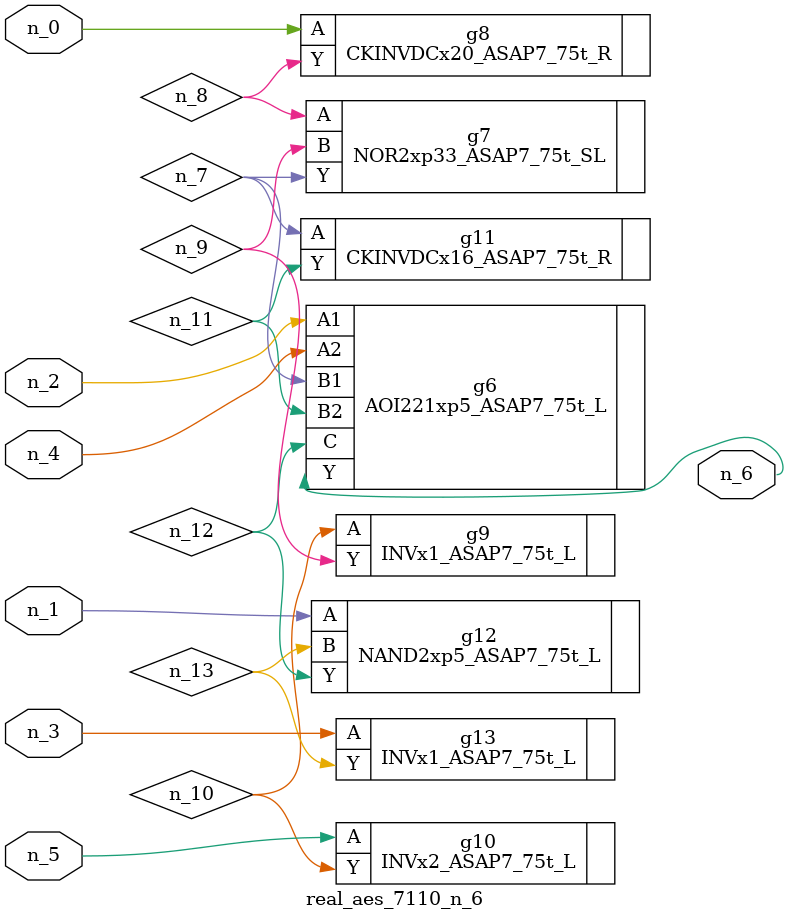
<source format=v>
module real_aes_7110_n_6 (n_4, n_0, n_3, n_5, n_2, n_1, n_6);
input n_4;
input n_0;
input n_3;
input n_5;
input n_2;
input n_1;
output n_6;
wire n_13;
wire n_7;
wire n_8;
wire n_12;
wire n_9;
wire n_10;
wire n_11;
CKINVDCx20_ASAP7_75t_R g8 ( .A(n_0), .Y(n_8) );
NAND2xp5_ASAP7_75t_L g12 ( .A(n_1), .B(n_13), .Y(n_12) );
AOI221xp5_ASAP7_75t_L g6 ( .A1(n_2), .A2(n_4), .B1(n_7), .B2(n_11), .C(n_12), .Y(n_6) );
INVx1_ASAP7_75t_L g13 ( .A(n_3), .Y(n_13) );
INVx2_ASAP7_75t_L g10 ( .A(n_5), .Y(n_10) );
CKINVDCx16_ASAP7_75t_R g11 ( .A(n_7), .Y(n_11) );
NOR2xp33_ASAP7_75t_SL g7 ( .A(n_8), .B(n_9), .Y(n_7) );
INVx1_ASAP7_75t_L g9 ( .A(n_10), .Y(n_9) );
endmodule
</source>
